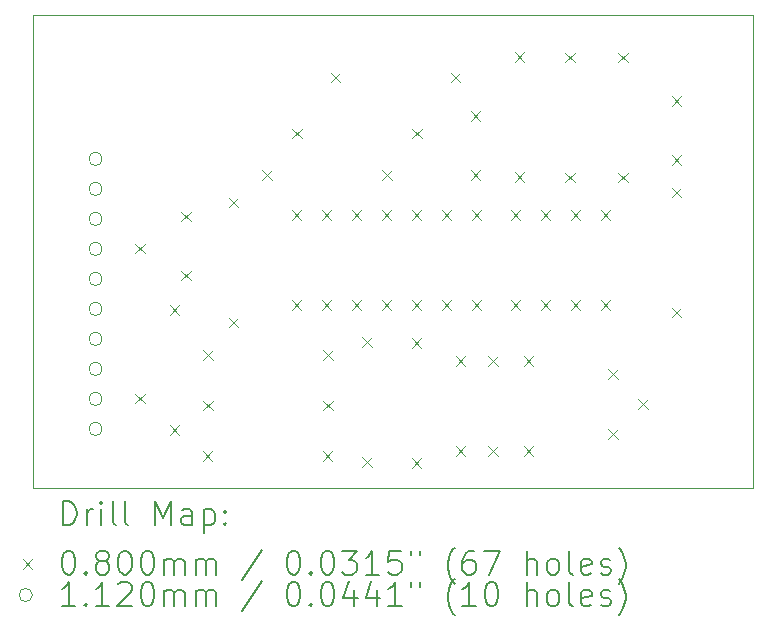
<source format=gbr>
%TF.GenerationSoftware,KiCad,Pcbnew,8.0.1-1.fc39*%
%TF.CreationDate,2024-04-14T17:27:18+03:00*%
%TF.ProjectId,Regulator_PCB_VerA_rev0.1,52656775-6c61-4746-9f72-5f5043425f56,0.1*%
%TF.SameCoordinates,Original*%
%TF.FileFunction,Drillmap*%
%TF.FilePolarity,Positive*%
%FSLAX45Y45*%
G04 Gerber Fmt 4.5, Leading zero omitted, Abs format (unit mm)*
G04 Created by KiCad (PCBNEW 8.0.1-1.fc39) date 2024-04-14 17:27:18*
%MOMM*%
%LPD*%
G01*
G04 APERTURE LIST*
%ADD10C,0.050000*%
%ADD11C,0.200000*%
%ADD12C,0.100000*%
%ADD13C,0.112000*%
G04 APERTURE END LIST*
D10*
X10000000Y-10000000D02*
X16100000Y-10000000D01*
X16100000Y-14000000D01*
X10000000Y-14000000D01*
X10000000Y-10000000D01*
D11*
D12*
X10870000Y-11935000D02*
X10950000Y-12015000D01*
X10950000Y-11935000D02*
X10870000Y-12015000D01*
X10870000Y-13205000D02*
X10950000Y-13285000D01*
X10950000Y-13205000D02*
X10870000Y-13285000D01*
X11160000Y-12452000D02*
X11240000Y-12532000D01*
X11240000Y-12452000D02*
X11160000Y-12532000D01*
X11160000Y-13468000D02*
X11240000Y-13548000D01*
X11240000Y-13468000D02*
X11160000Y-13548000D01*
X11260000Y-11660000D02*
X11340000Y-11740000D01*
X11340000Y-11660000D02*
X11260000Y-11740000D01*
X11260000Y-12160000D02*
X11340000Y-12240000D01*
X11340000Y-12160000D02*
X11260000Y-12240000D01*
X11442000Y-13690000D02*
X11522000Y-13770000D01*
X11522000Y-13690000D02*
X11442000Y-13770000D01*
X11444000Y-12835000D02*
X11524000Y-12915000D01*
X11524000Y-12835000D02*
X11444000Y-12915000D01*
X11444000Y-13260000D02*
X11524000Y-13340000D01*
X11524000Y-13260000D02*
X11444000Y-13340000D01*
X11660000Y-11544000D02*
X11740000Y-11624000D01*
X11740000Y-11544000D02*
X11660000Y-11624000D01*
X11660000Y-12560000D02*
X11740000Y-12640000D01*
X11740000Y-12560000D02*
X11660000Y-12640000D01*
X11944000Y-11310000D02*
X12024000Y-11390000D01*
X12024000Y-11310000D02*
X11944000Y-11390000D01*
X12194000Y-11650000D02*
X12274000Y-11730000D01*
X12274000Y-11650000D02*
X12194000Y-11730000D01*
X12194000Y-12412000D02*
X12274000Y-12492000D01*
X12274000Y-12412000D02*
X12194000Y-12492000D01*
X12200000Y-10960000D02*
X12280000Y-11040000D01*
X12280000Y-10960000D02*
X12200000Y-11040000D01*
X12448000Y-11650000D02*
X12528000Y-11730000D01*
X12528000Y-11650000D02*
X12448000Y-11730000D01*
X12448000Y-12412000D02*
X12528000Y-12492000D01*
X12528000Y-12412000D02*
X12448000Y-12492000D01*
X12458000Y-13690000D02*
X12538000Y-13770000D01*
X12538000Y-13690000D02*
X12458000Y-13770000D01*
X12460000Y-12835000D02*
X12540000Y-12915000D01*
X12540000Y-12835000D02*
X12460000Y-12915000D01*
X12460000Y-13260000D02*
X12540000Y-13340000D01*
X12540000Y-13260000D02*
X12460000Y-13340000D01*
X12527000Y-10485000D02*
X12607000Y-10565000D01*
X12607000Y-10485000D02*
X12527000Y-10565000D01*
X12702000Y-11650000D02*
X12782000Y-11730000D01*
X12782000Y-11650000D02*
X12702000Y-11730000D01*
X12702000Y-12412000D02*
X12782000Y-12492000D01*
X12782000Y-12412000D02*
X12702000Y-12492000D01*
X12790000Y-12724000D02*
X12870000Y-12804000D01*
X12870000Y-12724000D02*
X12790000Y-12804000D01*
X12790000Y-13740000D02*
X12870000Y-13820000D01*
X12870000Y-13740000D02*
X12790000Y-13820000D01*
X12956000Y-11650000D02*
X13036000Y-11730000D01*
X13036000Y-11650000D02*
X12956000Y-11730000D01*
X12956000Y-12412000D02*
X13036000Y-12492000D01*
X13036000Y-12412000D02*
X12956000Y-12492000D01*
X12960000Y-11310000D02*
X13040000Y-11390000D01*
X13040000Y-11310000D02*
X12960000Y-11390000D01*
X13210000Y-11650000D02*
X13290000Y-11730000D01*
X13290000Y-11650000D02*
X13210000Y-11730000D01*
X13210000Y-12412000D02*
X13290000Y-12492000D01*
X13290000Y-12412000D02*
X13210000Y-12492000D01*
X13210000Y-12732000D02*
X13290000Y-12812000D01*
X13290000Y-12732000D02*
X13210000Y-12812000D01*
X13210000Y-13748000D02*
X13290000Y-13828000D01*
X13290000Y-13748000D02*
X13210000Y-13828000D01*
X13216000Y-10960000D02*
X13296000Y-11040000D01*
X13296000Y-10960000D02*
X13216000Y-11040000D01*
X13464000Y-11650000D02*
X13544000Y-11730000D01*
X13544000Y-11650000D02*
X13464000Y-11730000D01*
X13464000Y-12412000D02*
X13544000Y-12492000D01*
X13544000Y-12412000D02*
X13464000Y-12492000D01*
X13543000Y-10485000D02*
X13623000Y-10565000D01*
X13623000Y-10485000D02*
X13543000Y-10565000D01*
X13585000Y-12885000D02*
X13665000Y-12965000D01*
X13665000Y-12885000D02*
X13585000Y-12965000D01*
X13585000Y-13647000D02*
X13665000Y-13727000D01*
X13665000Y-13647000D02*
X13585000Y-13727000D01*
X13710000Y-10810000D02*
X13790000Y-10890000D01*
X13790000Y-10810000D02*
X13710000Y-10890000D01*
X13710000Y-11310000D02*
X13790000Y-11390000D01*
X13790000Y-11310000D02*
X13710000Y-11390000D01*
X13718000Y-11650000D02*
X13798000Y-11730000D01*
X13798000Y-11650000D02*
X13718000Y-11730000D01*
X13718000Y-12412000D02*
X13798000Y-12492000D01*
X13798000Y-12412000D02*
X13718000Y-12492000D01*
X13860000Y-12885000D02*
X13940000Y-12965000D01*
X13940000Y-12885000D02*
X13860000Y-12965000D01*
X13860000Y-13647000D02*
X13940000Y-13727000D01*
X13940000Y-13647000D02*
X13860000Y-13727000D01*
X14048000Y-11648000D02*
X14128000Y-11728000D01*
X14128000Y-11648000D02*
X14048000Y-11728000D01*
X14048000Y-12410000D02*
X14128000Y-12490000D01*
X14128000Y-12410000D02*
X14048000Y-12490000D01*
X14085000Y-10310000D02*
X14165000Y-10390000D01*
X14165000Y-10310000D02*
X14085000Y-10390000D01*
X14085000Y-11326000D02*
X14165000Y-11406000D01*
X14165000Y-11326000D02*
X14085000Y-11406000D01*
X14160000Y-12885000D02*
X14240000Y-12965000D01*
X14240000Y-12885000D02*
X14160000Y-12965000D01*
X14160000Y-13647000D02*
X14240000Y-13727000D01*
X14240000Y-13647000D02*
X14160000Y-13727000D01*
X14302000Y-11648000D02*
X14382000Y-11728000D01*
X14382000Y-11648000D02*
X14302000Y-11728000D01*
X14302000Y-12410000D02*
X14382000Y-12490000D01*
X14382000Y-12410000D02*
X14302000Y-12490000D01*
X14510000Y-10314000D02*
X14590000Y-10394000D01*
X14590000Y-10314000D02*
X14510000Y-10394000D01*
X14510000Y-11330000D02*
X14590000Y-11410000D01*
X14590000Y-11330000D02*
X14510000Y-11410000D01*
X14556000Y-11648000D02*
X14636000Y-11728000D01*
X14636000Y-11648000D02*
X14556000Y-11728000D01*
X14556000Y-12410000D02*
X14636000Y-12490000D01*
X14636000Y-12410000D02*
X14556000Y-12490000D01*
X14810000Y-11648000D02*
X14890000Y-11728000D01*
X14890000Y-11648000D02*
X14810000Y-11728000D01*
X14810000Y-12410000D02*
X14890000Y-12490000D01*
X14890000Y-12410000D02*
X14810000Y-12490000D01*
X14876000Y-12996000D02*
X14956000Y-13076000D01*
X14956000Y-12996000D02*
X14876000Y-13076000D01*
X14876000Y-13504000D02*
X14956000Y-13584000D01*
X14956000Y-13504000D02*
X14876000Y-13584000D01*
X14960000Y-10314000D02*
X15040000Y-10394000D01*
X15040000Y-10314000D02*
X14960000Y-10394000D01*
X14960000Y-11330000D02*
X15040000Y-11410000D01*
X15040000Y-11330000D02*
X14960000Y-11410000D01*
X15130000Y-13250000D02*
X15210000Y-13330000D01*
X15210000Y-13250000D02*
X15130000Y-13330000D01*
X15410000Y-10685000D02*
X15490000Y-10765000D01*
X15490000Y-10685000D02*
X15410000Y-10765000D01*
X15410000Y-11185000D02*
X15490000Y-11265000D01*
X15490000Y-11185000D02*
X15410000Y-11265000D01*
X15410000Y-11460000D02*
X15490000Y-11540000D01*
X15490000Y-11460000D02*
X15410000Y-11540000D01*
X15410000Y-12476000D02*
X15490000Y-12556000D01*
X15490000Y-12476000D02*
X15410000Y-12556000D01*
D13*
X10589000Y-11214000D02*
G75*
G02*
X10477000Y-11214000I-56000J0D01*
G01*
X10477000Y-11214000D02*
G75*
G02*
X10589000Y-11214000I56000J0D01*
G01*
X10589000Y-11468000D02*
G75*
G02*
X10477000Y-11468000I-56000J0D01*
G01*
X10477000Y-11468000D02*
G75*
G02*
X10589000Y-11468000I56000J0D01*
G01*
X10589000Y-11722000D02*
G75*
G02*
X10477000Y-11722000I-56000J0D01*
G01*
X10477000Y-11722000D02*
G75*
G02*
X10589000Y-11722000I56000J0D01*
G01*
X10589000Y-11976000D02*
G75*
G02*
X10477000Y-11976000I-56000J0D01*
G01*
X10477000Y-11976000D02*
G75*
G02*
X10589000Y-11976000I56000J0D01*
G01*
X10589000Y-12230000D02*
G75*
G02*
X10477000Y-12230000I-56000J0D01*
G01*
X10477000Y-12230000D02*
G75*
G02*
X10589000Y-12230000I56000J0D01*
G01*
X10589000Y-12484000D02*
G75*
G02*
X10477000Y-12484000I-56000J0D01*
G01*
X10477000Y-12484000D02*
G75*
G02*
X10589000Y-12484000I56000J0D01*
G01*
X10589000Y-12738000D02*
G75*
G02*
X10477000Y-12738000I-56000J0D01*
G01*
X10477000Y-12738000D02*
G75*
G02*
X10589000Y-12738000I56000J0D01*
G01*
X10589000Y-12992000D02*
G75*
G02*
X10477000Y-12992000I-56000J0D01*
G01*
X10477000Y-12992000D02*
G75*
G02*
X10589000Y-12992000I56000J0D01*
G01*
X10589000Y-13246000D02*
G75*
G02*
X10477000Y-13246000I-56000J0D01*
G01*
X10477000Y-13246000D02*
G75*
G02*
X10589000Y-13246000I56000J0D01*
G01*
X10589000Y-13500000D02*
G75*
G02*
X10477000Y-13500000I-56000J0D01*
G01*
X10477000Y-13500000D02*
G75*
G02*
X10589000Y-13500000I56000J0D01*
G01*
D11*
X10258277Y-14313984D02*
X10258277Y-14113984D01*
X10258277Y-14113984D02*
X10305896Y-14113984D01*
X10305896Y-14113984D02*
X10334467Y-14123508D01*
X10334467Y-14123508D02*
X10353515Y-14142555D01*
X10353515Y-14142555D02*
X10363039Y-14161603D01*
X10363039Y-14161603D02*
X10372563Y-14199698D01*
X10372563Y-14199698D02*
X10372563Y-14228269D01*
X10372563Y-14228269D02*
X10363039Y-14266365D01*
X10363039Y-14266365D02*
X10353515Y-14285412D01*
X10353515Y-14285412D02*
X10334467Y-14304460D01*
X10334467Y-14304460D02*
X10305896Y-14313984D01*
X10305896Y-14313984D02*
X10258277Y-14313984D01*
X10458277Y-14313984D02*
X10458277Y-14180650D01*
X10458277Y-14218746D02*
X10467801Y-14199698D01*
X10467801Y-14199698D02*
X10477324Y-14190174D01*
X10477324Y-14190174D02*
X10496372Y-14180650D01*
X10496372Y-14180650D02*
X10515420Y-14180650D01*
X10582086Y-14313984D02*
X10582086Y-14180650D01*
X10582086Y-14113984D02*
X10572563Y-14123508D01*
X10572563Y-14123508D02*
X10582086Y-14133031D01*
X10582086Y-14133031D02*
X10591610Y-14123508D01*
X10591610Y-14123508D02*
X10582086Y-14113984D01*
X10582086Y-14113984D02*
X10582086Y-14133031D01*
X10705896Y-14313984D02*
X10686848Y-14304460D01*
X10686848Y-14304460D02*
X10677324Y-14285412D01*
X10677324Y-14285412D02*
X10677324Y-14113984D01*
X10810658Y-14313984D02*
X10791610Y-14304460D01*
X10791610Y-14304460D02*
X10782086Y-14285412D01*
X10782086Y-14285412D02*
X10782086Y-14113984D01*
X11039229Y-14313984D02*
X11039229Y-14113984D01*
X11039229Y-14113984D02*
X11105896Y-14256841D01*
X11105896Y-14256841D02*
X11172563Y-14113984D01*
X11172563Y-14113984D02*
X11172563Y-14313984D01*
X11353515Y-14313984D02*
X11353515Y-14209222D01*
X11353515Y-14209222D02*
X11343991Y-14190174D01*
X11343991Y-14190174D02*
X11324943Y-14180650D01*
X11324943Y-14180650D02*
X11286848Y-14180650D01*
X11286848Y-14180650D02*
X11267801Y-14190174D01*
X11353515Y-14304460D02*
X11334467Y-14313984D01*
X11334467Y-14313984D02*
X11286848Y-14313984D01*
X11286848Y-14313984D02*
X11267801Y-14304460D01*
X11267801Y-14304460D02*
X11258277Y-14285412D01*
X11258277Y-14285412D02*
X11258277Y-14266365D01*
X11258277Y-14266365D02*
X11267801Y-14247317D01*
X11267801Y-14247317D02*
X11286848Y-14237793D01*
X11286848Y-14237793D02*
X11334467Y-14237793D01*
X11334467Y-14237793D02*
X11353515Y-14228269D01*
X11448753Y-14180650D02*
X11448753Y-14380650D01*
X11448753Y-14190174D02*
X11467801Y-14180650D01*
X11467801Y-14180650D02*
X11505896Y-14180650D01*
X11505896Y-14180650D02*
X11524943Y-14190174D01*
X11524943Y-14190174D02*
X11534467Y-14199698D01*
X11534467Y-14199698D02*
X11543991Y-14218746D01*
X11543991Y-14218746D02*
X11543991Y-14275888D01*
X11543991Y-14275888D02*
X11534467Y-14294936D01*
X11534467Y-14294936D02*
X11524943Y-14304460D01*
X11524943Y-14304460D02*
X11505896Y-14313984D01*
X11505896Y-14313984D02*
X11467801Y-14313984D01*
X11467801Y-14313984D02*
X11448753Y-14304460D01*
X11629705Y-14294936D02*
X11639229Y-14304460D01*
X11639229Y-14304460D02*
X11629705Y-14313984D01*
X11629705Y-14313984D02*
X11620182Y-14304460D01*
X11620182Y-14304460D02*
X11629705Y-14294936D01*
X11629705Y-14294936D02*
X11629705Y-14313984D01*
X11629705Y-14190174D02*
X11639229Y-14199698D01*
X11639229Y-14199698D02*
X11629705Y-14209222D01*
X11629705Y-14209222D02*
X11620182Y-14199698D01*
X11620182Y-14199698D02*
X11629705Y-14190174D01*
X11629705Y-14190174D02*
X11629705Y-14209222D01*
D12*
X9917500Y-14602500D02*
X9997500Y-14682500D01*
X9997500Y-14602500D02*
X9917500Y-14682500D01*
D11*
X10296372Y-14533984D02*
X10315420Y-14533984D01*
X10315420Y-14533984D02*
X10334467Y-14543508D01*
X10334467Y-14543508D02*
X10343991Y-14553031D01*
X10343991Y-14553031D02*
X10353515Y-14572079D01*
X10353515Y-14572079D02*
X10363039Y-14610174D01*
X10363039Y-14610174D02*
X10363039Y-14657793D01*
X10363039Y-14657793D02*
X10353515Y-14695888D01*
X10353515Y-14695888D02*
X10343991Y-14714936D01*
X10343991Y-14714936D02*
X10334467Y-14724460D01*
X10334467Y-14724460D02*
X10315420Y-14733984D01*
X10315420Y-14733984D02*
X10296372Y-14733984D01*
X10296372Y-14733984D02*
X10277324Y-14724460D01*
X10277324Y-14724460D02*
X10267801Y-14714936D01*
X10267801Y-14714936D02*
X10258277Y-14695888D01*
X10258277Y-14695888D02*
X10248753Y-14657793D01*
X10248753Y-14657793D02*
X10248753Y-14610174D01*
X10248753Y-14610174D02*
X10258277Y-14572079D01*
X10258277Y-14572079D02*
X10267801Y-14553031D01*
X10267801Y-14553031D02*
X10277324Y-14543508D01*
X10277324Y-14543508D02*
X10296372Y-14533984D01*
X10448753Y-14714936D02*
X10458277Y-14724460D01*
X10458277Y-14724460D02*
X10448753Y-14733984D01*
X10448753Y-14733984D02*
X10439229Y-14724460D01*
X10439229Y-14724460D02*
X10448753Y-14714936D01*
X10448753Y-14714936D02*
X10448753Y-14733984D01*
X10572563Y-14619698D02*
X10553515Y-14610174D01*
X10553515Y-14610174D02*
X10543991Y-14600650D01*
X10543991Y-14600650D02*
X10534467Y-14581603D01*
X10534467Y-14581603D02*
X10534467Y-14572079D01*
X10534467Y-14572079D02*
X10543991Y-14553031D01*
X10543991Y-14553031D02*
X10553515Y-14543508D01*
X10553515Y-14543508D02*
X10572563Y-14533984D01*
X10572563Y-14533984D02*
X10610658Y-14533984D01*
X10610658Y-14533984D02*
X10629705Y-14543508D01*
X10629705Y-14543508D02*
X10639229Y-14553031D01*
X10639229Y-14553031D02*
X10648753Y-14572079D01*
X10648753Y-14572079D02*
X10648753Y-14581603D01*
X10648753Y-14581603D02*
X10639229Y-14600650D01*
X10639229Y-14600650D02*
X10629705Y-14610174D01*
X10629705Y-14610174D02*
X10610658Y-14619698D01*
X10610658Y-14619698D02*
X10572563Y-14619698D01*
X10572563Y-14619698D02*
X10553515Y-14629222D01*
X10553515Y-14629222D02*
X10543991Y-14638746D01*
X10543991Y-14638746D02*
X10534467Y-14657793D01*
X10534467Y-14657793D02*
X10534467Y-14695888D01*
X10534467Y-14695888D02*
X10543991Y-14714936D01*
X10543991Y-14714936D02*
X10553515Y-14724460D01*
X10553515Y-14724460D02*
X10572563Y-14733984D01*
X10572563Y-14733984D02*
X10610658Y-14733984D01*
X10610658Y-14733984D02*
X10629705Y-14724460D01*
X10629705Y-14724460D02*
X10639229Y-14714936D01*
X10639229Y-14714936D02*
X10648753Y-14695888D01*
X10648753Y-14695888D02*
X10648753Y-14657793D01*
X10648753Y-14657793D02*
X10639229Y-14638746D01*
X10639229Y-14638746D02*
X10629705Y-14629222D01*
X10629705Y-14629222D02*
X10610658Y-14619698D01*
X10772563Y-14533984D02*
X10791610Y-14533984D01*
X10791610Y-14533984D02*
X10810658Y-14543508D01*
X10810658Y-14543508D02*
X10820182Y-14553031D01*
X10820182Y-14553031D02*
X10829705Y-14572079D01*
X10829705Y-14572079D02*
X10839229Y-14610174D01*
X10839229Y-14610174D02*
X10839229Y-14657793D01*
X10839229Y-14657793D02*
X10829705Y-14695888D01*
X10829705Y-14695888D02*
X10820182Y-14714936D01*
X10820182Y-14714936D02*
X10810658Y-14724460D01*
X10810658Y-14724460D02*
X10791610Y-14733984D01*
X10791610Y-14733984D02*
X10772563Y-14733984D01*
X10772563Y-14733984D02*
X10753515Y-14724460D01*
X10753515Y-14724460D02*
X10743991Y-14714936D01*
X10743991Y-14714936D02*
X10734467Y-14695888D01*
X10734467Y-14695888D02*
X10724944Y-14657793D01*
X10724944Y-14657793D02*
X10724944Y-14610174D01*
X10724944Y-14610174D02*
X10734467Y-14572079D01*
X10734467Y-14572079D02*
X10743991Y-14553031D01*
X10743991Y-14553031D02*
X10753515Y-14543508D01*
X10753515Y-14543508D02*
X10772563Y-14533984D01*
X10963039Y-14533984D02*
X10982086Y-14533984D01*
X10982086Y-14533984D02*
X11001134Y-14543508D01*
X11001134Y-14543508D02*
X11010658Y-14553031D01*
X11010658Y-14553031D02*
X11020182Y-14572079D01*
X11020182Y-14572079D02*
X11029705Y-14610174D01*
X11029705Y-14610174D02*
X11029705Y-14657793D01*
X11029705Y-14657793D02*
X11020182Y-14695888D01*
X11020182Y-14695888D02*
X11010658Y-14714936D01*
X11010658Y-14714936D02*
X11001134Y-14724460D01*
X11001134Y-14724460D02*
X10982086Y-14733984D01*
X10982086Y-14733984D02*
X10963039Y-14733984D01*
X10963039Y-14733984D02*
X10943991Y-14724460D01*
X10943991Y-14724460D02*
X10934467Y-14714936D01*
X10934467Y-14714936D02*
X10924944Y-14695888D01*
X10924944Y-14695888D02*
X10915420Y-14657793D01*
X10915420Y-14657793D02*
X10915420Y-14610174D01*
X10915420Y-14610174D02*
X10924944Y-14572079D01*
X10924944Y-14572079D02*
X10934467Y-14553031D01*
X10934467Y-14553031D02*
X10943991Y-14543508D01*
X10943991Y-14543508D02*
X10963039Y-14533984D01*
X11115420Y-14733984D02*
X11115420Y-14600650D01*
X11115420Y-14619698D02*
X11124944Y-14610174D01*
X11124944Y-14610174D02*
X11143991Y-14600650D01*
X11143991Y-14600650D02*
X11172563Y-14600650D01*
X11172563Y-14600650D02*
X11191610Y-14610174D01*
X11191610Y-14610174D02*
X11201134Y-14629222D01*
X11201134Y-14629222D02*
X11201134Y-14733984D01*
X11201134Y-14629222D02*
X11210658Y-14610174D01*
X11210658Y-14610174D02*
X11229705Y-14600650D01*
X11229705Y-14600650D02*
X11258277Y-14600650D01*
X11258277Y-14600650D02*
X11277324Y-14610174D01*
X11277324Y-14610174D02*
X11286848Y-14629222D01*
X11286848Y-14629222D02*
X11286848Y-14733984D01*
X11382086Y-14733984D02*
X11382086Y-14600650D01*
X11382086Y-14619698D02*
X11391610Y-14610174D01*
X11391610Y-14610174D02*
X11410658Y-14600650D01*
X11410658Y-14600650D02*
X11439229Y-14600650D01*
X11439229Y-14600650D02*
X11458277Y-14610174D01*
X11458277Y-14610174D02*
X11467801Y-14629222D01*
X11467801Y-14629222D02*
X11467801Y-14733984D01*
X11467801Y-14629222D02*
X11477324Y-14610174D01*
X11477324Y-14610174D02*
X11496372Y-14600650D01*
X11496372Y-14600650D02*
X11524943Y-14600650D01*
X11524943Y-14600650D02*
X11543991Y-14610174D01*
X11543991Y-14610174D02*
X11553515Y-14629222D01*
X11553515Y-14629222D02*
X11553515Y-14733984D01*
X11943991Y-14524460D02*
X11772563Y-14781603D01*
X12201134Y-14533984D02*
X12220182Y-14533984D01*
X12220182Y-14533984D02*
X12239229Y-14543508D01*
X12239229Y-14543508D02*
X12248753Y-14553031D01*
X12248753Y-14553031D02*
X12258277Y-14572079D01*
X12258277Y-14572079D02*
X12267801Y-14610174D01*
X12267801Y-14610174D02*
X12267801Y-14657793D01*
X12267801Y-14657793D02*
X12258277Y-14695888D01*
X12258277Y-14695888D02*
X12248753Y-14714936D01*
X12248753Y-14714936D02*
X12239229Y-14724460D01*
X12239229Y-14724460D02*
X12220182Y-14733984D01*
X12220182Y-14733984D02*
X12201134Y-14733984D01*
X12201134Y-14733984D02*
X12182086Y-14724460D01*
X12182086Y-14724460D02*
X12172563Y-14714936D01*
X12172563Y-14714936D02*
X12163039Y-14695888D01*
X12163039Y-14695888D02*
X12153515Y-14657793D01*
X12153515Y-14657793D02*
X12153515Y-14610174D01*
X12153515Y-14610174D02*
X12163039Y-14572079D01*
X12163039Y-14572079D02*
X12172563Y-14553031D01*
X12172563Y-14553031D02*
X12182086Y-14543508D01*
X12182086Y-14543508D02*
X12201134Y-14533984D01*
X12353515Y-14714936D02*
X12363039Y-14724460D01*
X12363039Y-14724460D02*
X12353515Y-14733984D01*
X12353515Y-14733984D02*
X12343991Y-14724460D01*
X12343991Y-14724460D02*
X12353515Y-14714936D01*
X12353515Y-14714936D02*
X12353515Y-14733984D01*
X12486848Y-14533984D02*
X12505896Y-14533984D01*
X12505896Y-14533984D02*
X12524944Y-14543508D01*
X12524944Y-14543508D02*
X12534467Y-14553031D01*
X12534467Y-14553031D02*
X12543991Y-14572079D01*
X12543991Y-14572079D02*
X12553515Y-14610174D01*
X12553515Y-14610174D02*
X12553515Y-14657793D01*
X12553515Y-14657793D02*
X12543991Y-14695888D01*
X12543991Y-14695888D02*
X12534467Y-14714936D01*
X12534467Y-14714936D02*
X12524944Y-14724460D01*
X12524944Y-14724460D02*
X12505896Y-14733984D01*
X12505896Y-14733984D02*
X12486848Y-14733984D01*
X12486848Y-14733984D02*
X12467801Y-14724460D01*
X12467801Y-14724460D02*
X12458277Y-14714936D01*
X12458277Y-14714936D02*
X12448753Y-14695888D01*
X12448753Y-14695888D02*
X12439229Y-14657793D01*
X12439229Y-14657793D02*
X12439229Y-14610174D01*
X12439229Y-14610174D02*
X12448753Y-14572079D01*
X12448753Y-14572079D02*
X12458277Y-14553031D01*
X12458277Y-14553031D02*
X12467801Y-14543508D01*
X12467801Y-14543508D02*
X12486848Y-14533984D01*
X12620182Y-14533984D02*
X12743991Y-14533984D01*
X12743991Y-14533984D02*
X12677325Y-14610174D01*
X12677325Y-14610174D02*
X12705896Y-14610174D01*
X12705896Y-14610174D02*
X12724944Y-14619698D01*
X12724944Y-14619698D02*
X12734467Y-14629222D01*
X12734467Y-14629222D02*
X12743991Y-14648269D01*
X12743991Y-14648269D02*
X12743991Y-14695888D01*
X12743991Y-14695888D02*
X12734467Y-14714936D01*
X12734467Y-14714936D02*
X12724944Y-14724460D01*
X12724944Y-14724460D02*
X12705896Y-14733984D01*
X12705896Y-14733984D02*
X12648753Y-14733984D01*
X12648753Y-14733984D02*
X12629706Y-14724460D01*
X12629706Y-14724460D02*
X12620182Y-14714936D01*
X12934467Y-14733984D02*
X12820182Y-14733984D01*
X12877325Y-14733984D02*
X12877325Y-14533984D01*
X12877325Y-14533984D02*
X12858277Y-14562555D01*
X12858277Y-14562555D02*
X12839229Y-14581603D01*
X12839229Y-14581603D02*
X12820182Y-14591127D01*
X13115420Y-14533984D02*
X13020182Y-14533984D01*
X13020182Y-14533984D02*
X13010658Y-14629222D01*
X13010658Y-14629222D02*
X13020182Y-14619698D01*
X13020182Y-14619698D02*
X13039229Y-14610174D01*
X13039229Y-14610174D02*
X13086848Y-14610174D01*
X13086848Y-14610174D02*
X13105896Y-14619698D01*
X13105896Y-14619698D02*
X13115420Y-14629222D01*
X13115420Y-14629222D02*
X13124944Y-14648269D01*
X13124944Y-14648269D02*
X13124944Y-14695888D01*
X13124944Y-14695888D02*
X13115420Y-14714936D01*
X13115420Y-14714936D02*
X13105896Y-14724460D01*
X13105896Y-14724460D02*
X13086848Y-14733984D01*
X13086848Y-14733984D02*
X13039229Y-14733984D01*
X13039229Y-14733984D02*
X13020182Y-14724460D01*
X13020182Y-14724460D02*
X13010658Y-14714936D01*
X13201134Y-14533984D02*
X13201134Y-14572079D01*
X13277325Y-14533984D02*
X13277325Y-14572079D01*
X13572563Y-14810174D02*
X13563039Y-14800650D01*
X13563039Y-14800650D02*
X13543991Y-14772079D01*
X13543991Y-14772079D02*
X13534468Y-14753031D01*
X13534468Y-14753031D02*
X13524944Y-14724460D01*
X13524944Y-14724460D02*
X13515420Y-14676841D01*
X13515420Y-14676841D02*
X13515420Y-14638746D01*
X13515420Y-14638746D02*
X13524944Y-14591127D01*
X13524944Y-14591127D02*
X13534468Y-14562555D01*
X13534468Y-14562555D02*
X13543991Y-14543508D01*
X13543991Y-14543508D02*
X13563039Y-14514936D01*
X13563039Y-14514936D02*
X13572563Y-14505412D01*
X13734468Y-14533984D02*
X13696372Y-14533984D01*
X13696372Y-14533984D02*
X13677325Y-14543508D01*
X13677325Y-14543508D02*
X13667801Y-14553031D01*
X13667801Y-14553031D02*
X13648753Y-14581603D01*
X13648753Y-14581603D02*
X13639229Y-14619698D01*
X13639229Y-14619698D02*
X13639229Y-14695888D01*
X13639229Y-14695888D02*
X13648753Y-14714936D01*
X13648753Y-14714936D02*
X13658277Y-14724460D01*
X13658277Y-14724460D02*
X13677325Y-14733984D01*
X13677325Y-14733984D02*
X13715420Y-14733984D01*
X13715420Y-14733984D02*
X13734468Y-14724460D01*
X13734468Y-14724460D02*
X13743991Y-14714936D01*
X13743991Y-14714936D02*
X13753515Y-14695888D01*
X13753515Y-14695888D02*
X13753515Y-14648269D01*
X13753515Y-14648269D02*
X13743991Y-14629222D01*
X13743991Y-14629222D02*
X13734468Y-14619698D01*
X13734468Y-14619698D02*
X13715420Y-14610174D01*
X13715420Y-14610174D02*
X13677325Y-14610174D01*
X13677325Y-14610174D02*
X13658277Y-14619698D01*
X13658277Y-14619698D02*
X13648753Y-14629222D01*
X13648753Y-14629222D02*
X13639229Y-14648269D01*
X13820182Y-14533984D02*
X13953515Y-14533984D01*
X13953515Y-14533984D02*
X13867801Y-14733984D01*
X14182087Y-14733984D02*
X14182087Y-14533984D01*
X14267801Y-14733984D02*
X14267801Y-14629222D01*
X14267801Y-14629222D02*
X14258277Y-14610174D01*
X14258277Y-14610174D02*
X14239230Y-14600650D01*
X14239230Y-14600650D02*
X14210658Y-14600650D01*
X14210658Y-14600650D02*
X14191610Y-14610174D01*
X14191610Y-14610174D02*
X14182087Y-14619698D01*
X14391610Y-14733984D02*
X14372563Y-14724460D01*
X14372563Y-14724460D02*
X14363039Y-14714936D01*
X14363039Y-14714936D02*
X14353515Y-14695888D01*
X14353515Y-14695888D02*
X14353515Y-14638746D01*
X14353515Y-14638746D02*
X14363039Y-14619698D01*
X14363039Y-14619698D02*
X14372563Y-14610174D01*
X14372563Y-14610174D02*
X14391610Y-14600650D01*
X14391610Y-14600650D02*
X14420182Y-14600650D01*
X14420182Y-14600650D02*
X14439230Y-14610174D01*
X14439230Y-14610174D02*
X14448753Y-14619698D01*
X14448753Y-14619698D02*
X14458277Y-14638746D01*
X14458277Y-14638746D02*
X14458277Y-14695888D01*
X14458277Y-14695888D02*
X14448753Y-14714936D01*
X14448753Y-14714936D02*
X14439230Y-14724460D01*
X14439230Y-14724460D02*
X14420182Y-14733984D01*
X14420182Y-14733984D02*
X14391610Y-14733984D01*
X14572563Y-14733984D02*
X14553515Y-14724460D01*
X14553515Y-14724460D02*
X14543991Y-14705412D01*
X14543991Y-14705412D02*
X14543991Y-14533984D01*
X14724944Y-14724460D02*
X14705896Y-14733984D01*
X14705896Y-14733984D02*
X14667801Y-14733984D01*
X14667801Y-14733984D02*
X14648753Y-14724460D01*
X14648753Y-14724460D02*
X14639230Y-14705412D01*
X14639230Y-14705412D02*
X14639230Y-14629222D01*
X14639230Y-14629222D02*
X14648753Y-14610174D01*
X14648753Y-14610174D02*
X14667801Y-14600650D01*
X14667801Y-14600650D02*
X14705896Y-14600650D01*
X14705896Y-14600650D02*
X14724944Y-14610174D01*
X14724944Y-14610174D02*
X14734468Y-14629222D01*
X14734468Y-14629222D02*
X14734468Y-14648269D01*
X14734468Y-14648269D02*
X14639230Y-14667317D01*
X14810658Y-14724460D02*
X14829706Y-14733984D01*
X14829706Y-14733984D02*
X14867801Y-14733984D01*
X14867801Y-14733984D02*
X14886849Y-14724460D01*
X14886849Y-14724460D02*
X14896372Y-14705412D01*
X14896372Y-14705412D02*
X14896372Y-14695888D01*
X14896372Y-14695888D02*
X14886849Y-14676841D01*
X14886849Y-14676841D02*
X14867801Y-14667317D01*
X14867801Y-14667317D02*
X14839230Y-14667317D01*
X14839230Y-14667317D02*
X14820182Y-14657793D01*
X14820182Y-14657793D02*
X14810658Y-14638746D01*
X14810658Y-14638746D02*
X14810658Y-14629222D01*
X14810658Y-14629222D02*
X14820182Y-14610174D01*
X14820182Y-14610174D02*
X14839230Y-14600650D01*
X14839230Y-14600650D02*
X14867801Y-14600650D01*
X14867801Y-14600650D02*
X14886849Y-14610174D01*
X14963039Y-14810174D02*
X14972563Y-14800650D01*
X14972563Y-14800650D02*
X14991611Y-14772079D01*
X14991611Y-14772079D02*
X15001134Y-14753031D01*
X15001134Y-14753031D02*
X15010658Y-14724460D01*
X15010658Y-14724460D02*
X15020182Y-14676841D01*
X15020182Y-14676841D02*
X15020182Y-14638746D01*
X15020182Y-14638746D02*
X15010658Y-14591127D01*
X15010658Y-14591127D02*
X15001134Y-14562555D01*
X15001134Y-14562555D02*
X14991611Y-14543508D01*
X14991611Y-14543508D02*
X14972563Y-14514936D01*
X14972563Y-14514936D02*
X14963039Y-14505412D01*
D13*
X9997500Y-14906500D02*
G75*
G02*
X9885500Y-14906500I-56000J0D01*
G01*
X9885500Y-14906500D02*
G75*
G02*
X9997500Y-14906500I56000J0D01*
G01*
D11*
X10363039Y-14997984D02*
X10248753Y-14997984D01*
X10305896Y-14997984D02*
X10305896Y-14797984D01*
X10305896Y-14797984D02*
X10286848Y-14826555D01*
X10286848Y-14826555D02*
X10267801Y-14845603D01*
X10267801Y-14845603D02*
X10248753Y-14855127D01*
X10448753Y-14978936D02*
X10458277Y-14988460D01*
X10458277Y-14988460D02*
X10448753Y-14997984D01*
X10448753Y-14997984D02*
X10439229Y-14988460D01*
X10439229Y-14988460D02*
X10448753Y-14978936D01*
X10448753Y-14978936D02*
X10448753Y-14997984D01*
X10648753Y-14997984D02*
X10534467Y-14997984D01*
X10591610Y-14997984D02*
X10591610Y-14797984D01*
X10591610Y-14797984D02*
X10572563Y-14826555D01*
X10572563Y-14826555D02*
X10553515Y-14845603D01*
X10553515Y-14845603D02*
X10534467Y-14855127D01*
X10724944Y-14817031D02*
X10734467Y-14807508D01*
X10734467Y-14807508D02*
X10753515Y-14797984D01*
X10753515Y-14797984D02*
X10801134Y-14797984D01*
X10801134Y-14797984D02*
X10820182Y-14807508D01*
X10820182Y-14807508D02*
X10829705Y-14817031D01*
X10829705Y-14817031D02*
X10839229Y-14836079D01*
X10839229Y-14836079D02*
X10839229Y-14855127D01*
X10839229Y-14855127D02*
X10829705Y-14883698D01*
X10829705Y-14883698D02*
X10715420Y-14997984D01*
X10715420Y-14997984D02*
X10839229Y-14997984D01*
X10963039Y-14797984D02*
X10982086Y-14797984D01*
X10982086Y-14797984D02*
X11001134Y-14807508D01*
X11001134Y-14807508D02*
X11010658Y-14817031D01*
X11010658Y-14817031D02*
X11020182Y-14836079D01*
X11020182Y-14836079D02*
X11029705Y-14874174D01*
X11029705Y-14874174D02*
X11029705Y-14921793D01*
X11029705Y-14921793D02*
X11020182Y-14959888D01*
X11020182Y-14959888D02*
X11010658Y-14978936D01*
X11010658Y-14978936D02*
X11001134Y-14988460D01*
X11001134Y-14988460D02*
X10982086Y-14997984D01*
X10982086Y-14997984D02*
X10963039Y-14997984D01*
X10963039Y-14997984D02*
X10943991Y-14988460D01*
X10943991Y-14988460D02*
X10934467Y-14978936D01*
X10934467Y-14978936D02*
X10924944Y-14959888D01*
X10924944Y-14959888D02*
X10915420Y-14921793D01*
X10915420Y-14921793D02*
X10915420Y-14874174D01*
X10915420Y-14874174D02*
X10924944Y-14836079D01*
X10924944Y-14836079D02*
X10934467Y-14817031D01*
X10934467Y-14817031D02*
X10943991Y-14807508D01*
X10943991Y-14807508D02*
X10963039Y-14797984D01*
X11115420Y-14997984D02*
X11115420Y-14864650D01*
X11115420Y-14883698D02*
X11124944Y-14874174D01*
X11124944Y-14874174D02*
X11143991Y-14864650D01*
X11143991Y-14864650D02*
X11172563Y-14864650D01*
X11172563Y-14864650D02*
X11191610Y-14874174D01*
X11191610Y-14874174D02*
X11201134Y-14893222D01*
X11201134Y-14893222D02*
X11201134Y-14997984D01*
X11201134Y-14893222D02*
X11210658Y-14874174D01*
X11210658Y-14874174D02*
X11229705Y-14864650D01*
X11229705Y-14864650D02*
X11258277Y-14864650D01*
X11258277Y-14864650D02*
X11277324Y-14874174D01*
X11277324Y-14874174D02*
X11286848Y-14893222D01*
X11286848Y-14893222D02*
X11286848Y-14997984D01*
X11382086Y-14997984D02*
X11382086Y-14864650D01*
X11382086Y-14883698D02*
X11391610Y-14874174D01*
X11391610Y-14874174D02*
X11410658Y-14864650D01*
X11410658Y-14864650D02*
X11439229Y-14864650D01*
X11439229Y-14864650D02*
X11458277Y-14874174D01*
X11458277Y-14874174D02*
X11467801Y-14893222D01*
X11467801Y-14893222D02*
X11467801Y-14997984D01*
X11467801Y-14893222D02*
X11477324Y-14874174D01*
X11477324Y-14874174D02*
X11496372Y-14864650D01*
X11496372Y-14864650D02*
X11524943Y-14864650D01*
X11524943Y-14864650D02*
X11543991Y-14874174D01*
X11543991Y-14874174D02*
X11553515Y-14893222D01*
X11553515Y-14893222D02*
X11553515Y-14997984D01*
X11943991Y-14788460D02*
X11772563Y-15045603D01*
X12201134Y-14797984D02*
X12220182Y-14797984D01*
X12220182Y-14797984D02*
X12239229Y-14807508D01*
X12239229Y-14807508D02*
X12248753Y-14817031D01*
X12248753Y-14817031D02*
X12258277Y-14836079D01*
X12258277Y-14836079D02*
X12267801Y-14874174D01*
X12267801Y-14874174D02*
X12267801Y-14921793D01*
X12267801Y-14921793D02*
X12258277Y-14959888D01*
X12258277Y-14959888D02*
X12248753Y-14978936D01*
X12248753Y-14978936D02*
X12239229Y-14988460D01*
X12239229Y-14988460D02*
X12220182Y-14997984D01*
X12220182Y-14997984D02*
X12201134Y-14997984D01*
X12201134Y-14997984D02*
X12182086Y-14988460D01*
X12182086Y-14988460D02*
X12172563Y-14978936D01*
X12172563Y-14978936D02*
X12163039Y-14959888D01*
X12163039Y-14959888D02*
X12153515Y-14921793D01*
X12153515Y-14921793D02*
X12153515Y-14874174D01*
X12153515Y-14874174D02*
X12163039Y-14836079D01*
X12163039Y-14836079D02*
X12172563Y-14817031D01*
X12172563Y-14817031D02*
X12182086Y-14807508D01*
X12182086Y-14807508D02*
X12201134Y-14797984D01*
X12353515Y-14978936D02*
X12363039Y-14988460D01*
X12363039Y-14988460D02*
X12353515Y-14997984D01*
X12353515Y-14997984D02*
X12343991Y-14988460D01*
X12343991Y-14988460D02*
X12353515Y-14978936D01*
X12353515Y-14978936D02*
X12353515Y-14997984D01*
X12486848Y-14797984D02*
X12505896Y-14797984D01*
X12505896Y-14797984D02*
X12524944Y-14807508D01*
X12524944Y-14807508D02*
X12534467Y-14817031D01*
X12534467Y-14817031D02*
X12543991Y-14836079D01*
X12543991Y-14836079D02*
X12553515Y-14874174D01*
X12553515Y-14874174D02*
X12553515Y-14921793D01*
X12553515Y-14921793D02*
X12543991Y-14959888D01*
X12543991Y-14959888D02*
X12534467Y-14978936D01*
X12534467Y-14978936D02*
X12524944Y-14988460D01*
X12524944Y-14988460D02*
X12505896Y-14997984D01*
X12505896Y-14997984D02*
X12486848Y-14997984D01*
X12486848Y-14997984D02*
X12467801Y-14988460D01*
X12467801Y-14988460D02*
X12458277Y-14978936D01*
X12458277Y-14978936D02*
X12448753Y-14959888D01*
X12448753Y-14959888D02*
X12439229Y-14921793D01*
X12439229Y-14921793D02*
X12439229Y-14874174D01*
X12439229Y-14874174D02*
X12448753Y-14836079D01*
X12448753Y-14836079D02*
X12458277Y-14817031D01*
X12458277Y-14817031D02*
X12467801Y-14807508D01*
X12467801Y-14807508D02*
X12486848Y-14797984D01*
X12724944Y-14864650D02*
X12724944Y-14997984D01*
X12677325Y-14788460D02*
X12629706Y-14931317D01*
X12629706Y-14931317D02*
X12753515Y-14931317D01*
X12915420Y-14864650D02*
X12915420Y-14997984D01*
X12867801Y-14788460D02*
X12820182Y-14931317D01*
X12820182Y-14931317D02*
X12943991Y-14931317D01*
X13124944Y-14997984D02*
X13010658Y-14997984D01*
X13067801Y-14997984D02*
X13067801Y-14797984D01*
X13067801Y-14797984D02*
X13048753Y-14826555D01*
X13048753Y-14826555D02*
X13029706Y-14845603D01*
X13029706Y-14845603D02*
X13010658Y-14855127D01*
X13201134Y-14797984D02*
X13201134Y-14836079D01*
X13277325Y-14797984D02*
X13277325Y-14836079D01*
X13572563Y-15074174D02*
X13563039Y-15064650D01*
X13563039Y-15064650D02*
X13543991Y-15036079D01*
X13543991Y-15036079D02*
X13534468Y-15017031D01*
X13534468Y-15017031D02*
X13524944Y-14988460D01*
X13524944Y-14988460D02*
X13515420Y-14940841D01*
X13515420Y-14940841D02*
X13515420Y-14902746D01*
X13515420Y-14902746D02*
X13524944Y-14855127D01*
X13524944Y-14855127D02*
X13534468Y-14826555D01*
X13534468Y-14826555D02*
X13543991Y-14807508D01*
X13543991Y-14807508D02*
X13563039Y-14778936D01*
X13563039Y-14778936D02*
X13572563Y-14769412D01*
X13753515Y-14997984D02*
X13639229Y-14997984D01*
X13696372Y-14997984D02*
X13696372Y-14797984D01*
X13696372Y-14797984D02*
X13677325Y-14826555D01*
X13677325Y-14826555D02*
X13658277Y-14845603D01*
X13658277Y-14845603D02*
X13639229Y-14855127D01*
X13877325Y-14797984D02*
X13896372Y-14797984D01*
X13896372Y-14797984D02*
X13915420Y-14807508D01*
X13915420Y-14807508D02*
X13924944Y-14817031D01*
X13924944Y-14817031D02*
X13934468Y-14836079D01*
X13934468Y-14836079D02*
X13943991Y-14874174D01*
X13943991Y-14874174D02*
X13943991Y-14921793D01*
X13943991Y-14921793D02*
X13934468Y-14959888D01*
X13934468Y-14959888D02*
X13924944Y-14978936D01*
X13924944Y-14978936D02*
X13915420Y-14988460D01*
X13915420Y-14988460D02*
X13896372Y-14997984D01*
X13896372Y-14997984D02*
X13877325Y-14997984D01*
X13877325Y-14997984D02*
X13858277Y-14988460D01*
X13858277Y-14988460D02*
X13848753Y-14978936D01*
X13848753Y-14978936D02*
X13839229Y-14959888D01*
X13839229Y-14959888D02*
X13829706Y-14921793D01*
X13829706Y-14921793D02*
X13829706Y-14874174D01*
X13829706Y-14874174D02*
X13839229Y-14836079D01*
X13839229Y-14836079D02*
X13848753Y-14817031D01*
X13848753Y-14817031D02*
X13858277Y-14807508D01*
X13858277Y-14807508D02*
X13877325Y-14797984D01*
X14182087Y-14997984D02*
X14182087Y-14797984D01*
X14267801Y-14997984D02*
X14267801Y-14893222D01*
X14267801Y-14893222D02*
X14258277Y-14874174D01*
X14258277Y-14874174D02*
X14239230Y-14864650D01*
X14239230Y-14864650D02*
X14210658Y-14864650D01*
X14210658Y-14864650D02*
X14191610Y-14874174D01*
X14191610Y-14874174D02*
X14182087Y-14883698D01*
X14391610Y-14997984D02*
X14372563Y-14988460D01*
X14372563Y-14988460D02*
X14363039Y-14978936D01*
X14363039Y-14978936D02*
X14353515Y-14959888D01*
X14353515Y-14959888D02*
X14353515Y-14902746D01*
X14353515Y-14902746D02*
X14363039Y-14883698D01*
X14363039Y-14883698D02*
X14372563Y-14874174D01*
X14372563Y-14874174D02*
X14391610Y-14864650D01*
X14391610Y-14864650D02*
X14420182Y-14864650D01*
X14420182Y-14864650D02*
X14439230Y-14874174D01*
X14439230Y-14874174D02*
X14448753Y-14883698D01*
X14448753Y-14883698D02*
X14458277Y-14902746D01*
X14458277Y-14902746D02*
X14458277Y-14959888D01*
X14458277Y-14959888D02*
X14448753Y-14978936D01*
X14448753Y-14978936D02*
X14439230Y-14988460D01*
X14439230Y-14988460D02*
X14420182Y-14997984D01*
X14420182Y-14997984D02*
X14391610Y-14997984D01*
X14572563Y-14997984D02*
X14553515Y-14988460D01*
X14553515Y-14988460D02*
X14543991Y-14969412D01*
X14543991Y-14969412D02*
X14543991Y-14797984D01*
X14724944Y-14988460D02*
X14705896Y-14997984D01*
X14705896Y-14997984D02*
X14667801Y-14997984D01*
X14667801Y-14997984D02*
X14648753Y-14988460D01*
X14648753Y-14988460D02*
X14639230Y-14969412D01*
X14639230Y-14969412D02*
X14639230Y-14893222D01*
X14639230Y-14893222D02*
X14648753Y-14874174D01*
X14648753Y-14874174D02*
X14667801Y-14864650D01*
X14667801Y-14864650D02*
X14705896Y-14864650D01*
X14705896Y-14864650D02*
X14724944Y-14874174D01*
X14724944Y-14874174D02*
X14734468Y-14893222D01*
X14734468Y-14893222D02*
X14734468Y-14912269D01*
X14734468Y-14912269D02*
X14639230Y-14931317D01*
X14810658Y-14988460D02*
X14829706Y-14997984D01*
X14829706Y-14997984D02*
X14867801Y-14997984D01*
X14867801Y-14997984D02*
X14886849Y-14988460D01*
X14886849Y-14988460D02*
X14896372Y-14969412D01*
X14896372Y-14969412D02*
X14896372Y-14959888D01*
X14896372Y-14959888D02*
X14886849Y-14940841D01*
X14886849Y-14940841D02*
X14867801Y-14931317D01*
X14867801Y-14931317D02*
X14839230Y-14931317D01*
X14839230Y-14931317D02*
X14820182Y-14921793D01*
X14820182Y-14921793D02*
X14810658Y-14902746D01*
X14810658Y-14902746D02*
X14810658Y-14893222D01*
X14810658Y-14893222D02*
X14820182Y-14874174D01*
X14820182Y-14874174D02*
X14839230Y-14864650D01*
X14839230Y-14864650D02*
X14867801Y-14864650D01*
X14867801Y-14864650D02*
X14886849Y-14874174D01*
X14963039Y-15074174D02*
X14972563Y-15064650D01*
X14972563Y-15064650D02*
X14991611Y-15036079D01*
X14991611Y-15036079D02*
X15001134Y-15017031D01*
X15001134Y-15017031D02*
X15010658Y-14988460D01*
X15010658Y-14988460D02*
X15020182Y-14940841D01*
X15020182Y-14940841D02*
X15020182Y-14902746D01*
X15020182Y-14902746D02*
X15010658Y-14855127D01*
X15010658Y-14855127D02*
X15001134Y-14826555D01*
X15001134Y-14826555D02*
X14991611Y-14807508D01*
X14991611Y-14807508D02*
X14972563Y-14778936D01*
X14972563Y-14778936D02*
X14963039Y-14769412D01*
M02*

</source>
